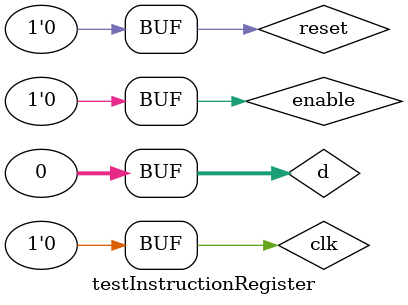
<source format=v>
`timescale 1ns / 1ps


module testInstructionRegister;

	// Inputs
	reg clk;
	reg reset;
	reg enable;
	reg [31:0] d;

	// Outputs
	wire [5:0] q31_26;
	wire [4:0] q25_21;
	wire [4:0] q20_16;
	wire [15:0] q15_0;

	// Instantiate the Unit Under Test (UUT)
	InstructionRegister uut (
		.clk(clk), 
		.reset(reset), 
		.enable(enable), 
		.d(d), 
		.q31_26(q31_26), 
		.q25_21(q25_21), 
		.q20_16(q20_16), 
		.q15_0(q15_0)
	);

	initial begin
		// Initialize Inputs
		clk = 0;
		reset = 0;
		enable = 0;
		d = 0;

		// Wait 100 ns for global reset to finish
		#100;
        
		// Add stimulus here
		reset = 1;
		clk = 1;
		#100;
		clk = 0;
		reset = 0;
		d = 32'hAF31AF31;		
		#100;
		enable = 1;
		clk = 1;
		#100;
		enable = 0;
		clk = 0;
		d = 32'h0;
		#100;
		clk = 1;
		#100;
		clk = 0;
	end
      
endmodule


</source>
